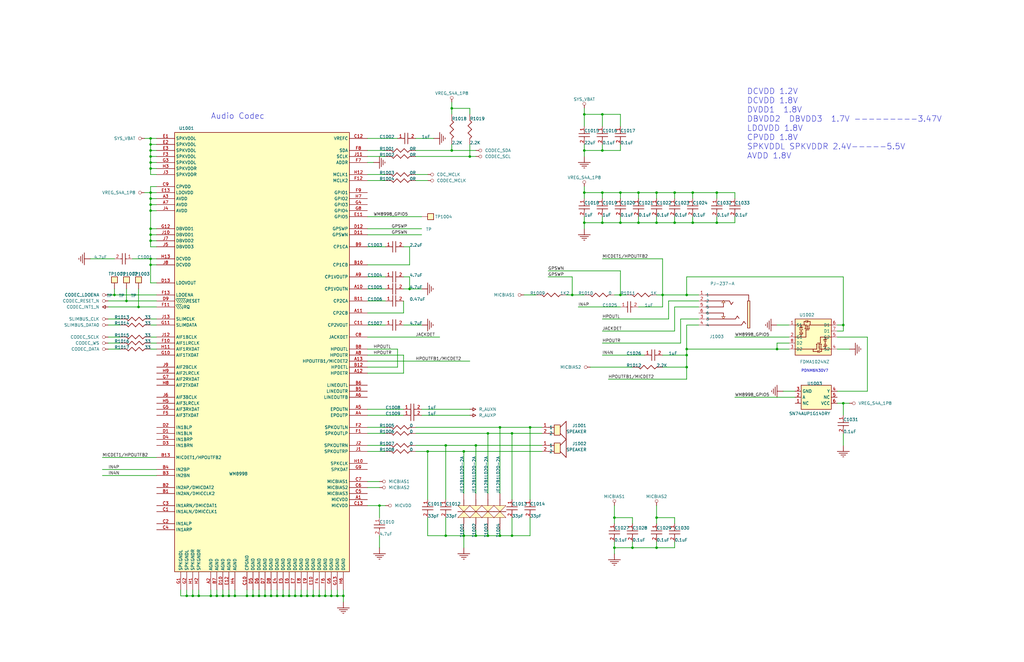
<source format=kicad_sch>
(kicad_sch (version 20211123) (generator eeschema)
  (paper "USLedger")
  (junction (at 289.56 147.32))
  (junction (at 137.16 251.46))
  (junction (at 205.74 226.06))
  (junction (at 254 93.98))
  (junction (at 187.96 226.06))
  (junction (at 63.5 109.22))
  (junction (at 99.06 251.46))
  (junction (at 63.5 101.6))
  (junction (at 223.52 180.34))
  (junction (at 81.28 251.46))
  (junction (at 276.86 81.28))
  (junction (at 190.5 63.5))
  (junction (at 269.24 81.28))
  (junction (at 142.24 251.46))
  (junction (at 121.92 251.46))
  (junction (at 195.58 190.5))
  (junction (at 276.86 218.44))
  (junction (at 106.68 251.46))
  (junction (at 109.22 251.46))
  (junction (at 63.5 96.52))
  (junction (at 63.5 88.9))
  (junction (at 134.62 251.46))
  (junction (at 200.66 226.06))
  (junction (at 269.24 93.98))
  (junction (at 355.6 137.16))
  (junction (at 289.56 149.86))
  (junction (at 91.44 251.46))
  (junction (at 259.08 218.44))
  (junction (at 83.82 251.46))
  (junction (at 289.56 154.94))
  (junction (at 246.38 48.26))
  (junction (at 63.5 63.5))
  (junction (at 132.08 251.46))
  (junction (at 276.86 93.98))
  (junction (at 215.9 182.88))
  (junction (at 187.96 187.96))
  (junction (at 210.82 226.06))
  (junction (at 292.1 81.28))
  (junction (at 124.46 251.46))
  (junction (at 276.86 231.14))
  (junction (at 254 63.5))
  (junction (at 127 251.46))
  (junction (at 254 81.28))
  (junction (at 210.82 180.34))
  (junction (at 139.7 251.46))
  (junction (at 129.54 251.46))
  (junction (at 261.62 81.28))
  (junction (at 63.5 71.12))
  (junction (at 63.5 60.96))
  (junction (at 160.02 213.36))
  (junction (at 119.38 251.46))
  (junction (at 246.38 63.5))
  (junction (at 48.26 124.46))
  (junction (at 53.34 127))
  (junction (at 292.1 93.98))
  (junction (at 116.84 251.46))
  (junction (at 144.78 251.46))
  (junction (at 259.08 231.14))
  (junction (at 266.7 231.14))
  (junction (at 172.72 121.92))
  (junction (at 215.9 226.06))
  (junction (at 302.26 93.98))
  (junction (at 289.56 124.46))
  (junction (at 63.5 83.82))
  (junction (at 302.26 81.28))
  (junction (at 63.5 111.76))
  (junction (at 200.66 187.96))
  (junction (at 246.38 81.28))
  (junction (at 190.5 45.72))
  (junction (at 63.5 68.58))
  (junction (at 195.58 226.06))
  (junction (at 284.48 93.98))
  (junction (at 198.12 66.04))
  (junction (at 180.34 190.5))
  (junction (at 104.14 251.46))
  (junction (at 261.62 93.98))
  (junction (at 63.5 81.28))
  (junction (at 114.3 251.46))
  (junction (at 63.5 66.04))
  (junction (at 241.3 124.46))
  (junction (at 58.42 129.54))
  (junction (at 279.4 124.46))
  (junction (at 63.5 58.42))
  (junction (at 63.5 99.06))
  (junction (at 205.74 182.88))
  (junction (at 355.6 170.18))
  (junction (at 88.9 251.46))
  (junction (at 93.98 251.46))
  (junction (at 96.52 251.46))
  (junction (at 284.48 81.28))
  (junction (at 111.76 251.46))
  (junction (at 327.66 147.32))
  (junction (at 254 48.26))
  (junction (at 246.38 93.98))
  (junction (at 63.5 86.36))
  (junction (at 261.62 124.46))
  (junction (at 78.74 251.46))
  (wire (pts (xy 63.5 144.78) (xy 66.04 144.78)) (stroke (width 0.254)))
  (wire (pts (xy 66.04 60.96) (xy 63.5 60.96)) (stroke (width 0.254)))
  (wire (pts (xy 353.06 170.18) (xy 355.6 170.18)) (stroke (width 0.254)))
  (wire (pts (xy 355.6 170.18) (xy 358.14 170.18)) (stroke (width 0.254)))
  (wire (pts (xy 254 63.5) (xy 254 60.96)) (stroke (width 0.254)))
  (wire (pts (xy 104.14 251.46) (xy 99.06 251.46)) (stroke (width 0.254)))
  (wire (pts (xy 292.1 93.98) (xy 292.1 91.44)) (stroke (width 0.254)))
  (wire (pts (xy 81.28 248.92) (xy 81.28 251.46)) (stroke (width 0.254)))
  (wire (pts (xy 246.38 81.28) (xy 254 81.28)) (stroke (width 0.254)))
  (wire (pts (xy 266.7 231.14) (xy 266.7 228.6)) (stroke (width 0.254)))
  (wire (pts (xy 48.26 124.46) (xy 66.04 124.46)) (stroke (width 0.254)))
  (wire (pts (xy 162.56 127) (xy 154.94 127)) (stroke (width 0.254)))
  (wire (pts (xy 187.96 187.96) (xy 175.26 187.96)) (stroke (width 0.254)))
  (wire (pts (xy 261.62 60.96) (xy 261.62 63.5)) (stroke (width 0.254)))
  (wire (pts (xy 289.56 147.32) (xy 289.56 149.86)) (stroke (width 0.254)))
  (wire (pts (xy 195.58 231.14) (xy 195.58 226.06)) (stroke (width 0.254)))
  (wire (pts (xy 246.38 83.82) (xy 246.38 81.28)) (stroke (width 0.254)))
  (wire (pts (xy 355.6 139.7) (xy 355.6 137.16)) (stroke (width 0.254)))
  (wire (pts (xy 114.3 251.46) (xy 111.76 251.46)) (stroke (width 0.254)))
  (wire (pts (xy 276.86 228.6) (xy 276.86 231.14)) (stroke (width 0.254)))
  (wire (pts (xy 276.86 93.98) (xy 276.86 91.44)) (stroke (width 0.254)))
  (wire (pts (xy 246.38 93.98) (xy 246.38 91.44)) (stroke (width 0.254)))
  (wire (pts (xy 63.5 58.42) (xy 60.96 58.42)) (stroke (width 0.254)))
  (wire (pts (xy 228.6 182.88) (xy 215.9 182.88)) (stroke (width 0.254)))
  (wire (pts (xy 246.38 93.98) (xy 254 93.98)) (stroke (width 0.254)))
  (wire (pts (xy 63.5 101.6) (xy 66.04 101.6)) (stroke (width 0.254)))
  (wire (pts (xy 154.94 152.4) (xy 198.12 152.4)) (stroke (width 0.254)))
  (wire (pts (xy 63.5 111.76) (xy 63.5 119.38)) (stroke (width 0.254)))
  (wire (pts (xy 292.1 83.82) (xy 292.1 81.28)) (stroke (width 0.254)))
  (wire (pts (xy 195.58 190.5) (xy 195.58 208.28)) (stroke (width 0.254)))
  (wire (pts (xy 144.78 254) (xy 144.78 251.46)) (stroke (width 0.254)))
  (wire (pts (xy 302.26 81.28) (xy 292.1 81.28)) (stroke (width 0.254)))
  (wire (pts (xy 63.5 78.74) (xy 66.04 78.74)) (stroke (width 0.254)))
  (wire (pts (xy 132.08 251.46) (xy 129.54 251.46)) (stroke (width 0.254)))
  (wire (pts (xy 223.52 226.06) (xy 223.52 218.44)) (stroke (width 0.254)))
  (wire (pts (xy 226.06 124.46) (xy 220.98 124.46)) (stroke (width 0.254)))
  (wire (pts (xy 154.94 190.5) (xy 162.56 190.5)) (stroke (width 0.254)))
  (wire (pts (xy 180.34 218.44) (xy 180.34 226.06)) (stroke (width 0.254)))
  (wire (pts (xy 50.8 134.62) (xy 45.72 134.62)) (stroke (width 0.254)))
  (wire (pts (xy 99.06 251.46) (xy 96.52 251.46)) (stroke (width 0.254)))
  (wire (pts (xy 134.62 248.92) (xy 134.62 251.46)) (stroke (width 0.254)))
  (wire (pts (xy 287.02 144.78) (xy 254 144.78)) (stroke (width 0.254)))
  (wire (pts (xy 63.5 68.58) (xy 66.04 68.58)) (stroke (width 0.254)))
  (wire (pts (xy 154.94 116.84) (xy 162.56 116.84)) (stroke (width 0.254)))
  (wire (pts (xy 121.92 248.92) (xy 121.92 251.46)) (stroke (width 0.254)))
  (wire (pts (xy 137.16 251.46) (xy 134.62 251.46)) (stroke (width 0.254)))
  (wire (pts (xy 190.5 45.72) (xy 198.12 45.72)) (stroke (width 0.254)))
  (wire (pts (xy 175.26 76.2) (xy 180.34 76.2)) (stroke (width 0.254)))
  (wire (pts (xy 276.86 93.98) (xy 284.48 93.98)) (stroke (width 0.254)))
  (wire (pts (xy 167.64 147.32) (xy 167.64 154.94)) (stroke (width 0.254)))
  (wire (pts (xy 63.5 66.04) (xy 66.04 66.04)) (stroke (width 0.254)))
  (wire (pts (xy 154.94 182.88) (xy 162.56 182.88)) (stroke (width 0.254)))
  (wire (pts (xy 66.04 147.32) (xy 63.5 147.32)) (stroke (width 0.254)))
  (wire (pts (xy 144.78 251.46) (xy 142.24 251.46)) (stroke (width 0.254)))
  (wire (pts (xy 66.04 81.28) (xy 63.5 81.28)) (stroke (width 0.254)))
  (wire (pts (xy 269.24 83.82) (xy 269.24 81.28)) (stroke (width 0.254)))
  (wire (pts (xy 332.74 137.16) (xy 327.66 137.16)) (stroke (width 0.254)))
  (wire (pts (xy 284.48 81.28) (xy 276.86 81.28)) (stroke (width 0.254)))
  (wire (pts (xy 50.8 147.32) (xy 45.72 147.32)) (stroke (width 0.254)))
  (wire (pts (xy 127 248.92) (xy 127 251.46)) (stroke (width 0.254)))
  (wire (pts (xy 215.9 182.88) (xy 205.74 182.88)) (stroke (width 0.254)))
  (wire (pts (xy 50.8 142.24) (xy 45.72 142.24)) (stroke (width 0.254)))
  (wire (pts (xy 284.48 93.98) (xy 284.48 91.44)) (stroke (width 0.254)))
  (wire (pts (xy 180.34 190.5) (xy 180.34 210.82)) (stroke (width 0.254)))
  (wire (pts (xy 279.4 124.46) (xy 276.86 124.46)) (stroke (width 0.254)))
  (wire (pts (xy 45.72 124.46) (xy 48.26 124.46)) (stroke (width 0.254)))
  (wire (pts (xy 294.64 137.16) (xy 289.56 137.16)) (stroke (width 0.254)))
  (wire (pts (xy 276.86 83.82) (xy 276.86 81.28)) (stroke (width 0.254)))
  (wire (pts (xy 210.82 223.52) (xy 210.82 226.06)) (stroke (width 0.254)))
  (wire (pts (xy 81.28 251.46) (xy 78.74 251.46)) (stroke (width 0.254)))
  (wire (pts (xy 261.62 81.28) (xy 261.62 83.82)) (stroke (width 0.254)))
  (wire (pts (xy 162.56 66.04) (xy 154.94 66.04)) (stroke (width 0.254)))
  (wire (pts (xy 63.5 83.82) (xy 66.04 83.82)) (stroke (width 0.254)))
  (wire (pts (xy 228.6 180.34) (xy 223.52 180.34)) (stroke (width 0.254)))
  (wire (pts (xy 187.96 187.96) (xy 187.96 210.82)) (stroke (width 0.254)))
  (wire (pts (xy 205.74 182.88) (xy 175.26 182.88)) (stroke (width 0.254)))
  (wire (pts (xy 281.94 134.62) (xy 281.94 127)) (stroke (width 0.254)))
  (wire (pts (xy 157.48 68.58) (xy 154.94 68.58)) (stroke (width 0.254)))
  (wire (pts (xy 162.56 213.36) (xy 160.02 213.36)) (stroke (width 0.254)))
  (wire (pts (xy 261.62 93.98) (xy 269.24 93.98)) (stroke (width 0.254)))
  (wire (pts (xy 78.74 251.46) (xy 78.74 248.92)) (stroke (width 0.254)))
  (wire (pts (xy 119.38 251.46) (xy 116.84 251.46)) (stroke (width 0.254)))
  (wire (pts (xy 154.94 91.44) (xy 177.8 91.44)) (stroke (width 0.254)))
  (wire (pts (xy 154.94 132.08) (xy 170.18 132.08)) (stroke (width 0.254)))
  (wire (pts (xy 195.58 190.5) (xy 180.34 190.5)) (stroke (width 0.254)))
  (wire (pts (xy 170.18 157.48) (xy 170.18 149.86)) (stroke (width 0.254)))
  (wire (pts (xy 180.34 226.06) (xy 187.96 226.06)) (stroke (width 0.254)))
  (wire (pts (xy 266.7 220.98) (xy 266.7 218.44)) (stroke (width 0.254)))
  (wire (pts (xy 284.48 83.82) (xy 284.48 81.28)) (stroke (width 0.254)))
  (wire (pts (xy 254 93.98) (xy 261.62 93.98)) (stroke (width 0.254)))
  (wire (pts (xy 66.04 71.12) (xy 63.5 71.12)) (stroke (width 0.254)))
  (wire (pts (xy 162.56 73.66) (xy 154.94 73.66)) (stroke (width 0.254)))
  (wire (pts (xy 246.38 63.5) (xy 246.38 60.96)) (stroke (width 0.254)))
  (wire (pts (xy 160.02 213.36) (xy 160.02 218.44)) (stroke (width 0.254)))
  (wire (pts (xy 190.5 45.72) (xy 190.5 43.18)) (stroke (width 0.254)))
  (wire (pts (xy 195.58 226.06) (xy 195.58 223.52)) (stroke (width 0.254)))
  (wire (pts (xy 53.34 127) (xy 66.04 127)) (stroke (width 0.254)))
  (wire (pts (xy 154.94 111.76) (xy 172.72 111.76)) (stroke (width 0.254)))
  (wire (pts (xy 142.24 251.46) (xy 139.7 251.46)) (stroke (width 0.254)))
  (wire (pts (xy 254 48.26) (xy 246.38 48.26)) (stroke (width 0.254)))
  (wire (pts (xy 63.5 86.36) (xy 63.5 83.82)) (stroke (width 0.254)))
  (wire (pts (xy 162.56 63.5) (xy 154.94 63.5)) (stroke (width 0.254)))
  (wire (pts (xy 162.56 121.92) (xy 154.94 121.92)) (stroke (width 0.254)))
  (wire (pts (xy 119.38 248.92) (xy 119.38 251.46)) (stroke (width 0.254)))
  (wire (pts (xy 172.72 121.92) (xy 177.8 121.92)) (stroke (width 0.254)))
  (wire (pts (xy 58.42 129.54) (xy 58.42 121.92)) (stroke (width 0.254)))
  (wire (pts (xy 106.68 251.46) (xy 104.14 251.46)) (stroke (width 0.254)))
  (wire (pts (xy 198.12 45.72) (xy 198.12 48.26)) (stroke (width 0.254)))
  (wire (pts (xy 88.9 251.46) (xy 91.44 251.46)) (stroke (width 0.254)))
  (wire (pts (xy 198.12 66.04) (xy 200.66 66.04)) (stroke (width 0.254)))
  (wire (pts (xy 355.6 187.96) (xy 355.6 182.88)) (stroke (width 0.254)))
  (wire (pts (xy 228.6 190.5) (xy 195.58 190.5)) (stroke (width 0.254)))
  (wire (pts (xy 327.66 147.32) (xy 332.74 147.32)) (stroke (width 0.254)))
  (wire (pts (xy 88.9 248.92) (xy 88.9 251.46)) (stroke (width 0.254)))
  (wire (pts (xy 154.94 157.48) (xy 170.18 157.48)) (stroke (width 0.254)))
  (wire (pts (xy 66.04 73.66) (xy 63.5 73.66)) (stroke (width 0.254)))
  (wire (pts (xy 259.08 220.98) (xy 259.08 218.44)) (stroke (width 0.254)))
  (wire (pts (xy 177.8 137.16) (xy 170.18 137.16)) (stroke (width 0.254)))
  (wire (pts (xy 281.94 127) (xy 294.64 127)) (stroke (width 0.254)))
  (wire (pts (xy 261.62 48.26) (xy 254 48.26)) (stroke (width 0.254)))
  (wire (pts (xy 241.3 124.46) (xy 241.3 116.84)) (stroke (width 0.254)))
  (wire (pts (xy 289.56 149.86) (xy 279.4 149.86)) (stroke (width 0.254)))
  (wire (pts (xy 200.66 187.96) (xy 200.66 208.28)) (stroke (width 0.254)))
  (wire (pts (xy 83.82 251.46) (xy 81.28 251.46)) (stroke (width 0.254)))
  (wire (pts (xy 63.5 81.28) (xy 60.96 81.28)) (stroke (width 0.254)))
  (wire (pts (xy 93.98 248.92) (xy 93.98 251.46)) (stroke (width 0.254)))
  (wire (pts (xy 144.78 251.46) (xy 144.78 248.92)) (stroke (width 0.254)))
  (wire (pts (xy 289.56 124.46) (xy 279.4 124.46)) (stroke (width 0.254)))
  (wire (pts (xy 63.5 63.5) (xy 63.5 66.04)) (stroke (width 0.254)))
  (wire (pts (xy 88.9 251.46) (xy 83.82 251.46)) (stroke (width 0.254)))
  (wire (pts (xy 261.62 124.46) (xy 261.62 114.3)) (stroke (width 0.254)))
  (wire (pts (xy 254 83.82) (xy 254 81.28)) (stroke (width 0.254)))
  (wire (pts (xy 154.94 99.06) (xy 177.8 99.06)) (stroke (width 0.254)))
  (wire (pts (xy 327.66 144.78) (xy 332.74 144.78)) (stroke (width 0.254)))
  (wire (pts (xy 63.5 68.58) (xy 63.5 66.04)) (stroke (width 0.254)))
  (wire (pts (xy 276.86 218.44) (xy 276.86 213.36)) (stroke (width 0.254)))
  (wire (pts (xy 190.5 48.26) (xy 190.5 45.72)) (stroke (width 0.254)))
  (wire (pts (xy 175.26 73.66) (xy 180.34 73.66)) (stroke (width 0.254)))
  (wire (pts (xy 121.92 251.46) (xy 119.38 251.46)) (stroke (width 0.254)))
  (wire (pts (xy 205.74 223.52) (xy 205.74 226.06)) (stroke (width 0.254)))
  (wire (pts (xy 58.42 129.54) (xy 45.72 129.54)) (stroke (width 0.254)))
  (wire (pts (xy 127 251.46) (xy 124.46 251.46)) (stroke (width 0.254)))
  (wire (pts (xy 284.48 93.98) (xy 292.1 93.98)) (stroke (width 0.254)))
  (wire (pts (xy 215.9 210.82) (xy 215.9 182.88)) (stroke (width 0.254)))
  (wire (pts (xy 276.86 218.44) (xy 284.48 218.44)) (stroke (width 0.254)))
  (wire (pts (xy 139.7 248.92) (xy 139.7 251.46)) (stroke (width 0.254)))
  (wire (pts (xy 353.06 165.1) (xy 365.76 165.1)) (stroke (width 0.254)))
  (wire (pts (xy 246.38 48.26) (xy 246.38 45.72)) (stroke (width 0.254)))
  (wire (pts (xy 63.5 96.52) (xy 63.5 88.9)) (stroke (width 0.254)))
  (wire (pts (xy 210.82 226.06) (xy 215.9 226.06)) (stroke (width 0.254)))
  (wire (pts (xy 66.04 58.42) (xy 63.5 58.42)) (stroke (width 0.254)))
  (wire (pts (xy 63.5 109.22) (xy 63.5 111.76)) (stroke (width 0.254)))
  (wire (pts (xy 99.06 248.92) (xy 99.06 251.46)) (stroke (width 0.254)))
  (wire (pts (xy 63.5 99.06) (xy 63.5 96.52)) (stroke (width 0.254)))
  (wire (pts (xy 154.94 213.36) (xy 160.02 213.36)) (stroke (width 0.254)))
  (wire (pts (xy 276.86 81.28) (xy 269.24 81.28)) (stroke (width 0.254)))
  (wire (pts (xy 246.38 96.52) (xy 246.38 93.98)) (stroke (width 0.254)))
  (wire (pts (xy 309.88 81.28) (xy 302.26 81.28)) (stroke (width 0.254)))
  (wire (pts (xy 284.48 218.44) (xy 284.48 220.98)) (stroke (width 0.254)))
  (wire (pts (xy 289.56 137.16) (xy 289.56 147.32)) (stroke (width 0.254)))
  (wire (pts (xy 170.18 121.92) (xy 172.72 121.92)) (stroke (width 0.254)))
  (wire (pts (xy 160.02 203.2) (xy 154.94 203.2)) (stroke (width 0.254)))
  (wire (pts (xy 66.04 200.66) (xy 43.18 200.66)) (stroke (width 0.254)))
  (wire (pts (xy 187.96 218.44) (xy 187.96 226.06)) (stroke (width 0.254)))
  (wire (pts (xy 259.08 218.44) (xy 259.08 213.36)) (stroke (width 0.254)))
  (wire (pts (xy 261.62 93.98) (xy 261.62 91.44)) (stroke (width 0.254)))
  (wire (pts (xy 355.6 116.84) (xy 289.56 116.84)) (stroke (width 0.254)))
  (wire (pts (xy 167.64 58.42) (xy 154.94 58.42)) (stroke (width 0.254)))
  (wire (pts (xy 289.56 154.94) (xy 289.56 149.86)) (stroke (width 0.254)))
  (wire (pts (xy 50.8 144.78) (xy 45.72 144.78)) (stroke (width 0.254)))
  (wire (pts (xy 76.2 248.92) (xy 76.2 251.46)) (stroke (width 0.254)))
  (wire (pts (xy 190.5 63.5) (xy 200.66 63.5)) (stroke (width 0.254)))
  (wire (pts (xy 195.58 226.06) (xy 200.66 226.06)) (stroke (width 0.254)))
  (wire (pts (xy 284.48 228.6) (xy 284.48 231.14)) (stroke (width 0.254)))
  (wire (pts (xy 63.5 119.38) (xy 66.04 119.38)) (stroke (width 0.254)))
  (wire (pts (xy 76.2 251.46) (xy 78.74 251.46)) (stroke (width 0.254)))
  (wire (pts (xy 111.76 251.46) (xy 109.22 251.46)) (stroke (width 0.254)))
  (wire (pts (xy 266.7 231.14) (xy 259.08 231.14)) (stroke (width 0.254)))
  (wire (pts (xy 302.26 83.82) (xy 302.26 81.28)) (stroke (width 0.254)))
  (wire (pts (xy 353.06 147.32) (xy 358.14 147.32)) (stroke (width 0.254)))
  (wire (pts (xy 246.38 53.34) (xy 246.38 48.26)) (stroke (width 0.254)))
  (wire (pts (xy 332.74 142.24) (xy 309.88 142.24)) (stroke (width 0.254)))
  (wire (pts (xy 129.54 248.92) (xy 129.54 251.46)) (stroke (width 0.254)))
  (wire (pts (xy 261.62 63.5) (xy 254 63.5)) (stroke (width 0.254)))
  (wire (pts (xy 289.56 160.02) (xy 289.56 154.94)) (stroke (width 0.254)))
  (wire (pts (xy 96.52 251.46) (xy 93.98 251.46)) (stroke (width 0.254)))
  (wire (pts (xy 53.34 127) (xy 53.34 121.92)) (stroke (width 0.254)))
  (wire (pts (xy 246.38 66.04) (xy 246.38 63.5)) (stroke (width 0.254)))
  (wire (pts (xy 205.74 226.06) (xy 210.82 226.06)) (stroke (width 0.254)))
  (wire (pts (xy 223.52 210.82) (xy 223.52 180.34)) (stroke (width 0.254)))
  (wire (pts (xy 66.04 142.24) (xy 63.5 142.24)) (stroke (width 0.254)))
  (wire (pts (xy 210.82 180.34) (xy 175.26 180.34)) (stroke (width 0.254)))
  (wire (pts (xy 66.04 193.04) (xy 43.18 193.04)) (stroke (width 0.254)))
  (wire (pts (xy 154.94 96.52) (xy 177.8 96.52)) (stroke (width 0.254)))
  (wire (pts (xy 139.7 251.46) (xy 137.16 251.46)) (stroke (width 0.254)))
  (wire (pts (xy 279.4 124.46) (xy 279.4 109.22)) (stroke (width 0.254)))
  (wire (pts (xy 269.24 93.98) (xy 269.24 91.44)) (stroke (width 0.254)))
  (wire (pts (xy 254 134.62) (xy 281.94 134.62)) (stroke (width 0.254)))
  (wire (pts (xy 63.5 104.14) (xy 63.5 101.6)) (stroke (width 0.254)))
  (wire (pts (xy 104.14 251.46) (xy 104.14 248.92)) (stroke (width 0.254)))
  (wire (pts (xy 160.02 205.74) (xy 154.94 205.74)) (stroke (width 0.254)))
  (wire (pts (xy 182.88 58.42) (xy 175.26 58.42)) (stroke (width 0.254)))
  (wire (pts (xy 289.56 147.32) (xy 327.66 147.32)) (stroke (width 0.254)))
  (wire (pts (xy 365.76 142.24) (xy 353.06 142.24)) (stroke (width 0.254)))
  (wire (pts (xy 335.28 165.1) (xy 330.2 165.1)) (stroke (width 0.254)))
  (wire (pts (xy 66.04 88.9) (xy 63.5 88.9)) (stroke (width 0.254)))
  (wire (pts (xy 261.62 129.54) (xy 243.84 129.54)) (stroke (width 0.254)))
  (wire (pts (xy 246.38 81.28) (xy 246.38 78.74)) (stroke (width 0.254)))
  (wire (pts (xy 190.5 63.5) (xy 190.5 60.96)) (stroke (width 0.254)))
  (wire (pts (xy 116.84 248.92) (xy 116.84 251.46)) (stroke (width 0.254)))
  (wire (pts (xy 66.04 111.76) (xy 63.5 111.76)) (stroke (width 0.254)))
  (wire (pts (xy 353.06 137.16) (xy 355.6 137.16)) (stroke (width 0.254)))
  (wire (pts (xy 269.24 93.98) (xy 276.86 93.98)) (stroke (width 0.254)))
  (wire (pts (xy 142.24 251.46) (xy 142.24 248.92)) (stroke (width 0.254)))
  (wire (pts (xy 134.62 251.46) (xy 132.08 251.46)) (stroke (width 0.254)))
  (wire (pts (xy 154.94 187.96) (xy 162.56 187.96)) (stroke (width 0.254)))
  (wire (pts (xy 309.88 83.82) (xy 309.88 81.28)) (stroke (width 0.254)))
  (wire (pts (xy 66.04 96.52) (xy 63.5 96.52)) (stroke (width 0.254)))
  (wire (pts (xy 63.5 60.96) (xy 63.5 63.5)) (stroke (width 0.254)))
  (wire (pts (xy 63.5 71.12) (xy 63.5 68.58)) (stroke (width 0.254)))
  (wire (pts (xy 200.66 187.96) (xy 187.96 187.96)) (stroke (width 0.254)))
  (wire (pts (xy 294.64 134.62) (xy 287.02 134.62)) (stroke (width 0.254)))
  (wire (pts (xy 180.34 190.5) (xy 175.26 190.5)) (stroke (width 0.254)))
  (wire (pts (xy 48.26 109.22) (xy 38.1 109.22)) (stroke (width 0.254)))
  (wire (pts (xy 50.8 137.16) (xy 45.72 137.16)) (stroke (width 0.254)))
  (wire (pts (xy 259.08 231.14) (xy 259.08 228.6)) (stroke (width 0.254)))
  (wire (pts (xy 198.12 66.04) (xy 198.12 60.96)) (stroke (width 0.254)))
  (wire (pts (xy 200.66 226.06) (xy 205.74 226.06)) (stroke (width 0.254)))
  (wire (pts (xy 129.54 251.46) (xy 127 251.46)) (stroke (width 0.254)))
  (wire (pts (xy 109.22 251.46) (xy 106.68 251.46)) (stroke (width 0.254)))
  (wire (pts (xy 154.94 147.32) (xy 167.64 147.32)) (stroke (width 0.254)))
  (wire (pts (xy 309.88 93.98) (xy 309.88 91.44)) (stroke (width 0.254)))
  (wire (pts (xy 48.26 124.46) (xy 48.26 121.92)) (stroke (width 0.254)))
  (wire (pts (xy 63.5 58.42) (xy 63.5 60.96)) (stroke (width 0.254)))
  (wire (pts (xy 355.6 137.16) (xy 355.6 116.84)) (stroke (width 0.254)))
  (wire (pts (xy 261.62 114.3) (xy 231.14 114.3)) (stroke (width 0.254)))
  (wire (pts (xy 276.86 231.14) (xy 266.7 231.14)) (stroke (width 0.254)))
  (wire (pts (xy 154.94 172.72) (xy 170.18 172.72)) (stroke (width 0.254)))
  (wire (pts (xy 172.72 116.84) (xy 170.18 116.84)) (stroke (width 0.254)))
  (wire (pts (xy 284.48 139.7) (xy 254 139.7)) (stroke (width 0.254)))
  (wire (pts (xy 162.56 104.14) (xy 154.94 104.14)) (stroke (width 0.254)))
  (wire (pts (xy 266.7 154.94) (xy 248.92 154.94)) (stroke (width 0.254)))
  (wire (pts (xy 335.28 167.64) (xy 309.88 167.64)) (stroke (width 0.254)))
  (wire (pts (xy 187.96 226.06) (xy 195.58 226.06)) (stroke (width 0.254)))
  (wire (pts (xy 266.7 218.44) (xy 259.08 218.44)) (stroke (width 0.254)))
  (wire (pts (xy 215.9 226.06) (xy 223.52 226.06)) (stroke (width 0.254)))
  (wire (pts (xy 124.46 248.92) (xy 124.46 251.46)) (stroke (width 0.254)))
  (wire (pts (xy 170.18 132.08) (xy 170.18 127)) (stroke (width 0.254)))
  (wire (pts (xy 271.78 149.86) (xy 254 149.86)) (stroke (width 0.254)))
  (wire (pts (xy 175.26 66.04) (xy 198.12 66.04)) (stroke (width 0.254)))
  (wire (pts (xy 284.48 129.54) (xy 284.48 139.7)) (stroke (width 0.254)))
  (wire (pts (xy 261.62 124.46) (xy 264.16 124.46)) (stroke (width 0.254)))
  (wire (pts (xy 91.44 251.46) (xy 91.44 248.92)) (stroke (width 0.254)))
  (wire (pts (xy 210.82 208.28) (xy 210.82 180.34)) (stroke (width 0.254)))
  (wire (pts (xy 154.94 142.24) (xy 185.42 142.24)) (stroke (width 0.254)))
  (wire (pts (xy 137.16 248.92) (xy 137.16 251.46)) (stroke (width 0.254)))
  (wire (pts (xy 63.5 81.28) (xy 63.5 78.74)) (stroke (width 0.254)))
  (wire (pts (xy 365.76 165.1) (xy 365.76 142.24)) (stroke (width 0.254)))
  (wire (pts (xy 63.5 109.22) (xy 55.88 109.22)) (stroke (width 0.254)))
  (wire (pts (xy 66.04 104.14) (xy 63.5 104.14)) (stroke (width 0.254)))
  (wire (pts (xy 254 81.28) (xy 261.62 81.28)) (stroke (width 0.254)))
  (wire (pts (xy 116.84 251.46) (xy 114.3 251.46)) (stroke (width 0.254)))
  (wire (pts (xy 355.6 170.18) (xy 355.6 175.26)) (stroke (width 0.254)))
  (wire (pts (xy 111.76 248.92) (xy 111.76 251.46)) (stroke (width 0.254)))
  (wire (pts (xy 289.56 154.94) (xy 279.4 154.94)) (stroke (width 0.254)))
  (wire (pts (xy 45.72 127) (xy 53.34 127)) (stroke (width 0.254)))
  (wire (pts (xy 172.72 104.14) (xy 170.18 104.14)) (stroke (width 0.254)))
  (wire (pts (xy 162.56 76.2) (xy 154.94 76.2)) (stroke (width 0.254)))
  (wire (pts (xy 353.06 139.7) (xy 355.6 139.7)) (stroke (width 0.254)))
  (wire (pts (xy 228.6 187.96) (xy 200.66 187.96)) (stroke (width 0.254)))
  (wire (pts (xy 241.3 124.46) (xy 246.38 124.46)) (stroke (width 0.254)))
  (wire (pts (xy 162.56 137.16) (xy 154.94 137.16)) (stroke (width 0.254)))
  (wire (pts (xy 160.02 231.14) (xy 160.02 226.06)) (stroke (width 0.254)))
  (wire (pts (xy 63.5 73.66) (xy 63.5 71.12)) (stroke (width 0.254)))
  (wire (pts (xy 292.1 93.98) (xy 302.26 93.98)) (stroke (width 0.254)))
  (wire (pts (xy 292.1 81.28) (xy 284.48 81.28)) (stroke (width 0.254)))
  (wire (pts (xy 238.76 124.46) (xy 241.3 124.46)) (stroke (width 0.254)))
  (wire (pts (xy 284.48 231.14) (xy 276.86 231.14)) (stroke (width 0.254)))
  (wire (pts (xy 66.04 129.54) (xy 58.42 129.54)) (stroke (width 0.254)))
  (wire (pts (xy 66.04 198.12) (xy 43.18 198.12)) (stroke (width 0.254)))
  (wire (pts (xy 259.08 233.68) (xy 259.08 231.14)) (stroke (width 0.254)))
  (wire (pts (xy 63.5 134.62) (xy 66.04 134.62)) (stroke (width 0.254)))
  (wire (pts (xy 289.56 116.84) (xy 289.56 124.46)) (stroke (width 0.254)))
  (wire (pts (xy 276.86 220.98) (xy 276.86 218.44)) (stroke (width 0.254)))
  (wire (pts (xy 154.94 180.34) (xy 162.56 180.34)) (stroke (width 0.254)))
  (wire (pts (xy 172.72 111.76) (xy 172.72 104.14)) (stroke (width 0.254)))
  (wire (pts (xy 170.18 149.86) (xy 154.94 149.86)) (stroke (width 0.254)))
  (wire (pts (xy 96.52 248.92) (xy 96.52 251.46)) (stroke (width 0.254)))
  (wire (pts (xy 106.68 248.92) (xy 106.68 251.46)) (stroke (width 0.254)))
  (wire (pts (xy 294.64 129.54) (xy 284.48 129.54)) (stroke (width 0.254)))
  (wire (pts (xy 124.46 251.46) (xy 121.92 251.46)) (stroke (width 0.254)))
  (wire (pts (xy 172.72 121.92) (xy 172.72 116.84)) (stroke (width 0.254)))
  (wire (pts (xy 294.64 124.46) (xy 289.56 124.46)) (stroke (width 0.254)))
  (wire (pts (xy 63.5 83.82) (xy 63.5 81.28)) (stroke (width 0.254)))
  (wire (pts (xy 93.98 251.46) (xy 91.44 251.46)) (stroke (width 0.254)))
  (wire (pts (xy 177.8 172.72) (xy 198.12 172.72)) (stroke (width 0.254)))
  (wire (pts (xy 154.94 175.26) (xy 170.18 175.26)) (stroke (width 0.254)))
  (wire (pts (xy 261.62 53.34) (xy 261.62 48.26)) (stroke (width 0.254)))
  (wire (pts (xy 302.26 91.44) (xy 302.26 93.98)) (stroke (width 0.254)))
  (wire (pts (xy 114.3 248.92) (xy 114.3 251.46)) (stroke (width 0.254)))
  (wire (pts (xy 246.38 63.5) (xy 254 63.5)) (stroke (width 0.254)))
  (wire (pts (xy 205.74 208.28) (xy 205.74 182.88)) (stroke (width 0.254)))
  (wire (pts (xy 175.26 63.5) (xy 190.5 63.5)) (stroke (width 0.254)))
  (wire (pts (xy 63.5 99.06) (xy 63.5 101.6)) (stroke (width 0.254)))
  (wire (pts (xy 256.54 160.02) (xy 289.56 160.02)) (stroke (width 0.254)))
  (wire (pts (xy 254 93.98) (xy 254 91.44)) (stroke (width 0.254)))
  (wire (pts (xy 279.4 109.22) (xy 254 109.22)) (stroke (width 0.254)))
  (wire (pts (xy 215.9 218.44) (xy 215.9 226.06)) (stroke (width 0.254)))
  (wire (pts (xy 63.5 88.9) (xy 63.5 86.36)) (stroke (width 0.254)))
  (wire (pts (xy 66.04 63.5) (xy 63.5 63.5)) (stroke (width 0.254)))
  (wire (pts (xy 254 53.34) (xy 254 48.26)) (stroke (width 0.254)))
  (wire (pts (xy 327.66 147.32) (xy 327.66 144.78)) (stroke (width 0.254)))
  (wire (pts (xy 241.3 116.84) (xy 231.14 116.84)) (stroke (width 0.254)))
  (wire (pts (xy 132.08 248.92) (xy 132.08 251.46)) (stroke (width 0.254)))
  (wire (pts (xy 66.04 99.06) (xy 63.5 99.06)) (stroke (width 0.254)))
  (wire (pts (xy 269.24 129.54) (xy 279.4 129.54)) (stroke (width 0.254)))
  (wire (pts (xy 287.02 134.62) (xy 287.02 144.78)) (stroke (width 0.254)))
  (wire (pts (xy 83.82 248.92) (xy 83.82 251.46)) (stroke (width 0.254)))
  (wire (pts (xy 63.5 86.36) (xy 66.04 86.36)) (stroke (width 0.254)))
  (wire (pts (xy 109.22 248.92) (xy 109.22 251.46)) (stroke (width 0.254)))
  (wire (pts (xy 63.5 137.16) (xy 66.04 137.16)) (stroke (width 0.254)))
  (wire (pts (xy 223.52 180.34) (xy 210.82 180.34)) (stroke (width 0.254)))
  (wire (pts (xy 259.08 124.46) (xy 261.62 124.46)) (stroke (width 0.254)))
  (wire (pts (xy 66.04 109.22) (xy 63.5 109.22)) (stroke (width 0.254)))
  (wire (pts (xy 269.24 81.28) (xy 261.62 81.28)) (stroke (width 0.254)))
  (wire (pts (xy 177.8 175.26) (xy 198.12 175.26)) (stroke (width 0.254)))
  (wire (pts (xy 279.4 129.54) (xy 279.4 124.46)) (stroke (width 0.254)))
  (wire (pts (xy 167.64 154.94) (xy 154.94 154.94)) (stroke (width 0.254)))
  (wire (pts (xy 200.66 223.52) (xy 200.66 226.06)) (stroke (width 0.254)))
  (wire (pts (xy 302.26 93.98) (xy 309.88 93.98)) (stroke (width 0.254)))
  (text "DCVDD 1.2V\nDCVDD 1.8V\nDVDD1  1.8V\nDBVDD2  DBVDD3  1.7V ---------3.47V\nLDOVDD 1.8V\nCPVDD 1.8V\nSPKVDDL SPKVDDR 2.4V-----5.5V\nAVDD 1.8V\n" (at 314.96 67.31 0) (effects (font (size 2.413 2.413)) (justify left bottom)))
  (text "Audio Codec" (at 88.9 50.546 180) (effects (font (size 2.413 2.413)) (justify left bottom)))
  (text "PDNM6N30V7" (at 337.82 157.226 180) (effects (font (size 1.143 1.143)) (justify left bottom)))
  (label "IN4P" (at 45.72 198.12 0))
  (label "IN4P" (at 243.84 129.54 0))
  (label "JACKDET" (at 254 139.7 0))
  (label "HPOUTFB1/MICDET2" (at 175.26 152.4 0))
  (label "JACKDET" (at 175.26 142.24 0))
  (label "IN4N" (at 45.72 200.66 0))
  (label "HPOUTL" (at 157.48 147.32 0))
  (label "MICDET1/HPOUTFB2" (at 254 109.22 0))
  (label "IN4N" (at 254 149.86 0))
  (label "HPOUTFB1/MICDET2" (at 256.54 160.02 0))
  (label "GPSWP" (at 231.14 116.84 0))
  (label "GPSWP" (at 165.1 96.52 0))
  (label "GPSWN" (at 165.1 99.06 0))
  (label "MICDET1/HPOUTFB2" (at 43.18 193.04 0))
  (label "HPOUTR" (at 254 144.78 0))
  (label "WM8998_GPIO5" (at 309.88 142.24 0))
  (label "WM8998_GPIO5" (at 309.88 167.64 0))
  (label "HPOUTL" (at 254 134.62 0))
  (label "HPOUTR" (at 157.48 149.86 0))
  (label "GPSWN" (at 231.14 114.3 0))
  (label "WM8998_GPIO5" (at 157.48 91.44 0))
  (symbol (lib_id "10_WM8998-altium-import:GND") (at 144.78 254 0) (unit 1)
    (property "Reference" "#PWR?" (effects hide))
    (property "Value" "GND" (effects hide))
  )
  (symbol (lib_id "10_WM8998-altium-import:0_C {slash} 33 {slash} pF {slash} 0201") (at 213.36 213.36 0) (unit 1)
    (property "Reference" "C1013" (at 215.9 213.36 0) (effects (justify left bottom)))
    (property "Value" "33pF" (at 215.9 218.44 0) (effects (justify left bottom)))
    (property "Footprint" "C0201" (effects hide))
    (property "PCB FOOTPRINT" "C0201" (effects hide))
  )
  (symbol (lib_id "10_WM8998-altium-import:MICBIAS1") (at 220.98 124.46 270) (unit 1)
    (property "Reference" "#PWR?" (effects hide))
    (property "Value" "MICBIAS1" (at 217.17 124.46 90) (effects (justify right)))
  )
  (symbol (lib_id "10_WM8998-altium-import:CODEC_SCLK") (at 45.72 142.24 270) (unit 1)
    (property "Reference" "#PWR?" (effects hide))
    (property "Value" "CODEC_SCLK" (at 41.91 142.24 90) (effects (justify right)))
  )
  (symbol (lib_id "10_WM8998-altium-import:0_mirrored_C {slash} 33 {slash} pF {slash} 0201") (at 271.78 86.36 0) (unit 1)
    (property "Reference" "C1021" (at 269.24 86.36 0) (effects (justify left bottom)))
    (property "Value" "0.1uF" (at 269.24 91.44 0) (effects (justify left bottom)))
    (property "Footprint" "C0201" (effects hide))
    (property "PCB FOOTPRINT" "C0201" (effects hide))
  )
  (symbol (lib_id "10_WM8998-altium-import:3_R") (at 172.72 187.96 0) (unit 1)
    (property "Reference" "R1008" (at 160.02 190.5 0) (effects (justify left bottom)))
    (property "Value" "0" (at 172.72 190.5 0) (effects (justify left bottom)))
    (property "Footprint" "R0402" (effects hide))
    (property "PN" "RR0510S-103-J" (effects hide))
    (property "VENDOR" "CYNTEC" (effects hide))
    (property "PCB FOOTPRINT" "R0402" (effects hide))
  )
  (symbol (lib_id "10_WM8998-altium-import:GND") (at 157.48 68.58 90) (unit 1)
    (property "Reference" "#PWR?" (effects hide))
    (property "Value" "GND" (effects hide))
  )
  (symbol (lib_id "10_WM8998-altium-import:3_R") (at 172.72 180.34 0) (unit 1)
    (property "Reference" "R1006" (at 160.02 182.88 0) (effects (justify left bottom)))
    (property "Value" "0" (at 172.72 182.88 0) (effects (justify left bottom)))
    (property "Footprint" "R0402" (effects hide))
    (property "PN" "RR0510S-103-J" (effects hide))
    (property "VENDOR" "CYNTEC" (effects hide))
    (property "PCB FOOTPRINT" "R0402" (effects hide))
  )
  (symbol (lib_id "10_WM8998-altium-import:1_C {slash} 33 {slash} pF {slash} 0201") (at 165.1 129.54 0) (unit 1)
    (property "Reference" "C1006" (at 154.94 127 0) (effects (justify left bottom)))
    (property "Value" "0.47uF" (at 172.72 127 0) (effects (justify left bottom)))
    (property "Footprint" "C0201" (effects hide))
    (property "PCB FOOTPRINT" "C0201" (effects hide))
  )
  (symbol (lib_id "10_WM8998-altium-import:SLIMBUS_DATA0") (at 45.72 137.16 270) (unit 1)
    (property "Reference" "#PWR?" (effects hide))
    (property "Value" "SLIMBUS_DATA0" (at 41.91 137.16 90) (effects (justify right)))
  )
  (symbol (lib_id "10_WM8998-altium-import:0_mirrored_C {slash} 33 {slash} pF {slash} 0201") (at 304.8 86.36 0) (unit 1)
    (property "Reference" "C1032" (at 302.26 86.36 0) (effects (justify left bottom)))
    (property "Value" "0.1uF" (at 302.26 91.44 0) (effects (justify left bottom)))
    (property "Footprint" "C0201" (effects hide))
    (property "PCB FOOTPRINT" "C0201" (effects hide))
  )
  (symbol (lib_id "10_WM8998-altium-import:1_C {slash} 33 {slash} pF {slash} 0201") (at 165.1 119.38 0) (unit 1)
    (property "Reference" "C1004" (at 154.94 116.84 0) (effects (justify left bottom)))
    (property "Value" "4.7uF" (at 172.72 116.84 0) (effects (justify left bottom)))
    (property "Footprint" "C0201" (effects hide))
    (property "PCB FOOTPRINT" "C0402" (effects hide))
  )
  (symbol (lib_id "10_WM8998-altium-import:3_R") (at 60.96 142.24 0) (unit 1)
    (property "Reference" "R1016" (at 48.26 144.78 0) (effects (justify left bottom)))
    (property "Value" "33" (at 60.96 144.78 0) (effects (justify left bottom)))
    (property "Footprint" "R0201" (effects hide))
    (property "PN" "RR0510S-103-J" (effects hide))
    (property "VENDOR" "CYNTEC" (effects hide))
    (property "PCB FOOTPRINT" "R0201" (effects hide))
  )
  (symbol (lib_id "10_WM8998-altium-import:CODEC_LDOENA") (at 45.72 124.46 270) (unit 1)
    (property "Reference" "#PWR?" (effects hide))
    (property "Value" "CODEC_LDOENA" (at 41.91 124.46 90) (effects (justify right)))
  )
  (symbol (lib_id "10_WM8998-altium-import:1_DIODE_1") (at 208.28 220.98 0) (unit 1)
    (property "Reference" "T1004" (at 210.82 226.822 90) (effects (justify left bottom)))
    (property "Value" "JE12B1LD20-2A" (at 210.82 208.3191 90) (effects (justify left bottom)))
    (property "Footprint" "DFN1006-2" (effects hide))
    (property "PART NUMBER" "TY01100606" (effects hide))
    (property "PART TYPE" "Diode" (effects hide))
    (property "MANUFACTURER PART NUMBER" "RB551V-30TE-17" (effects hide))
    (property "MANUFACTURER" "ROHM" (effects hide))
    (property "PCB FOOTPRINT" "DFN1006-2" (effects hide))
  )
  (symbol (lib_id "10_WM8998-altium-import:1_DIODE_1") (at 203.2 220.98 0) (unit 1)
    (property "Reference" "T1003" (at 205.74 226.822 90) (effects (justify left bottom)))
    (property "Value" "JE12B1LD20-2A" (at 205.74 208.3191 90) (effects (justify left bottom)))
    (property "Footprint" "DFN1006-2" (effects hide))
    (property "PART NUMBER" "TY01100606" (effects hide))
    (property "PART TYPE" "Diode" (effects hide))
    (property "MANUFACTURER PART NUMBER" "RB551V-30TE-17" (effects hide))
    (property "MANUFACTURER" "ROHM" (effects hide))
    (property "PCB FOOTPRINT" "DFN1006-2" (effects hide))
  )
  (symbol (lib_id "10_WM8998-altium-import:3_R") (at 172.72 60.96 0) (unit 1)
    (property "Reference" "R1001" (at 160.02 63.5 0) (effects (justify left bottom)))
    (property "Value" "0R" (at 172.72 63.5 0) (effects (justify left bottom)))
    (property "Footprint" "R0201" (effects hide))
    (property "PN" "RR0510S-103-J" (effects hide))
    (property "VENDOR" "CYNTEC" (effects hide))
    (property "PCB FOOTPRINT" "R0201" (effects hide))
  )
  (symbol (lib_id "10_WM8998-altium-import:0_mirrored_C {slash} 33 {slash} pF {slash} 0201") (at 312.42 86.36 0) (unit 1)
    (property "Reference" "C1033" (at 309.88 86.36 0) (effects (justify left bottom)))
    (property "Value" "0.1uF" (at 309.88 91.44 0) (effects (justify left bottom)))
    (property "Footprint" "C0201" (effects hide))
    (property "PCB FOOTPRINT" "C0201" (effects hide))
  )
  (symbol (lib_id "10_WM8998-altium-import:3_mirrored_C {slash} 33 {slash} pF {slash} 0201") (at 274.32 147.32 0) (unit 1)
    (property "Reference" "C1026" (at 264.16 149.86 0) (effects (justify left bottom)))
    (property "Value" "1uF" (at 281.94 149.86 0) (effects (justify left bottom)))
    (property "Footprint" "C0201" (effects hide))
    (property "PCB FOOTPRINT" "C0201" (effects hide))
  )
  (symbol (lib_id "10_WM8998-altium-import:0_mirrored_C {slash} 33 {slash} pF {slash} 0201") (at 256.54 86.36 0) (unit 1)
    (property "Reference" "C1019" (at 254 86.36 0) (effects (justify left bottom)))
    (property "Value" "1uF" (at 254 91.44 0) (effects (justify left bottom)))
    (property "Footprint" "C0201" (effects hide))
    (property "PCB FOOTPRINT" "C0201" (effects hide))
  )
  (symbol (lib_id "10_WM8998-altium-import:3_R") (at 172.72 177.8 0) (unit 1)
    (property "Reference" "R1005" (at 160.02 180.34 0) (effects (justify left bottom)))
    (property "Value" "0" (at 172.72 180.34 0) (effects (justify left bottom)))
    (property "Footprint" "R0402" (effects hide))
    (property "PN" "RR0510S-103-J" (effects hide))
    (property "VENDOR" "CYNTEC" (effects hide))
    (property "PCB FOOTPRINT" "R0402" (effects hide))
  )
  (symbol (lib_id "10_WM8998-altium-import:CODEC_MCLK") (at 180.34 76.2 90) (unit 1)
    (property "Reference" "#PWR?" (effects hide))
    (property "Value" "CODEC_MCLK" (at 184.15 76.2 90) (effects (justify right)))
  )
  (symbol (lib_id "10_WM8998-altium-import:0_mirrored_C {slash} 33 {slash} pF {slash} 0201") (at 294.64 86.36 0) (unit 1)
    (property "Reference" "C1024" (at 292.1 86.36 0) (effects (justify left bottom)))
    (property "Value" "0.1uF" (at 292.1 91.44 0) (effects (justify left bottom)))
    (property "Footprint" "C0201" (effects hide))
    (property "PCB FOOTPRINT" "C0201" (effects hide))
  )
  (symbol (lib_id "10_WM8998-altium-import:2_T POINT S") (at 182.88 93.98 0) (unit 1)
    (property "Reference" "TP1004" (at 183.388 92.202 0) (effects (justify left bottom)))
    (property "Value" "TP" (at 179.578 97.536 0) (effects (justify left bottom)))
    (property "Footprint" "TP-D1r0" (effects hide))
    (property "PCB FOOTPRINT" "TP-D1r0" (effects hide))
  )
  (symbol (lib_id "10_WM8998-altium-import:0_C {slash} 33 {slash} pF {slash} 0201") (at 243.84 55.88 0) (unit 1)
    (property "Reference" "C1015" (at 246.38 55.88 0) (effects (justify left bottom)))
    (property "Value" "22uF" (at 246.38 60.96 0) (effects (justify left bottom)))
    (property "Footprint" "C0201" (effects hide))
    (property "PCB FOOTPRINT" "C0603" (effects hide))
  )
  (symbol (lib_id "10_WM8998-altium-import:3_mirrored_C {slash} 33 {slash} pF {slash} 0201") (at 264.16 127 0) (unit 1)
    (property "Reference" "C1025" (at 254 129.54 0) (effects (justify left bottom)))
    (property "Value" "1uF" (at 271.78 129.54 0) (effects (justify left bottom)))
    (property "Footprint" "C0201" (effects hide))
    (property "PCB FOOTPRINT" "C0201" (effects hide))
  )
  (symbol (lib_id "10_WM8998-altium-import:SLIMBUS_CLK") (at 45.72 134.62 270) (unit 1)
    (property "Reference" "#PWR?" (effects hide))
    (property "Value" "SLIMBUS_CLK" (at 41.91 134.62 90) (effects (justify right)))
  )
  (symbol (lib_id "10_WM8998-altium-import:3_R") (at 172.72 185.42 0) (unit 1)
    (property "Reference" "R1007" (at 160.02 187.96 0) (effects (justify left bottom)))
    (property "Value" "0" (at 172.72 187.96 0) (effects (justify left bottom)))
    (property "Footprint" "R0402" (effects hide))
    (property "PN" "RR0510S-103-J" (effects hide))
    (property "VENDOR" "CYNTEC" (effects hide))
    (property "PCB FOOTPRINT" "R0402" (effects hide))
  )
  (symbol (lib_id "10_WM8998-altium-import:1_DIODE_1") (at 198.12 220.98 0) (unit 1)
    (property "Reference" "T1002" (at 200.66 226.822 90) (effects (justify left bottom)))
    (property "Value" "JE12B1LD20-2A" (at 200.66 208.3191 90) (effects (justify left bottom)))
    (property "Footprint" "DFN1006-2" (effects hide))
    (property "PART NUMBER" "TY01100606" (effects hide))
    (property "PART TYPE" "Diode" (effects hide))
    (property "MANUFACTURER PART NUMBER" "RB551V-30TE-17" (effects hide))
    (property "MANUFACTURER" "ROHM" (effects hide))
    (property "PCB FOOTPRINT" "DFN1006-2" (effects hide))
  )
  (symbol (lib_id "10_WM8998-altium-import:GND") (at 246.38 66.04 0) (unit 1)
    (property "Reference" "#PWR?" (effects hide))
    (property "Value" "GND" (effects hide))
  )
  (symbol (lib_id "10_WM8998-altium-import:3_R") (at 60.96 134.62 0) (unit 1)
    (property "Reference" "R1014" (at 48.26 137.16 0) (effects (justify left bottom)))
    (property "Value" "33" (at 60.96 137.16 0) (effects (justify left bottom)))
    (property "Footprint" "R0201" (effects hide))
    (property "VENDOR" "CYNTEC" (effects hide))
    (property "PN" "RR0510S-103-J" (effects hide))
    (property "PCB FOOTPRINT" "R0201" (effects hide))
  )
  (symbol (lib_id "10_WM8998-altium-import:0_mirrored_C {slash} 33 {slash} pF {slash} 0201") (at 279.4 86.36 0) (unit 1)
    (property "Reference" "C1022" (at 276.86 86.36 0) (effects (justify left bottom)))
    (property "Value" "0.1uF" (at 276.86 91.44 0) (effects (justify left bottom)))
    (property "Footprint" "C0201" (effects hide))
    (property "PCB FOOTPRINT" "C0201" (effects hide))
  )
  (symbol (lib_id "10_WM8998-altium-import:0_C {slash} 33 {slash} pF {slash} 0201") (at 251.46 55.88 0) (unit 1)
    (property "Reference" "C1016" (at 254 55.88 0) (effects (justify left bottom)))
    (property "Value" "0.1uF" (at 254 60.96 0) (effects (justify left bottom)))
    (property "Footprint" "C0201" (effects hide))
    (property "PCB FOOTPRINT" "C0201" (effects hide))
  )
  (symbol (lib_id "10_WM8998-altium-import:0_mirrored_C {slash} 33 {slash} pF {slash} 0201") (at 279.4 223.52 0) (unit 1)
    (property "Reference" "C1029" (at 276.86 223.52 0) (effects (justify left bottom)))
    (property "Value" "0.1uF" (at 276.86 228.6 0) (effects (justify left bottom)))
    (property "Footprint" "C0201" (effects hide))
    (property "PCB FOOTPRINT" "C0201" (effects hide))
  )
  (symbol (lib_id "10_WM8998-altium-import:CODEC_SCL") (at 200.66 66.04 90) (unit 1)
    (property "Reference" "#PWR?" (effects hide))
    (property "Value" "CODEC_SCL" (at 204.47 66.04 90) (effects (justify right)))
  )
  (symbol (lib_id "10_WM8998-altium-import:MICBIAS1") (at 160.02 203.2 90) (unit 1)
    (property "Reference" "#PWR?" (effects hide))
    (property "Value" "MICBIAS1" (at 163.83 203.2 90) (effects (justify right)))
  )
  (symbol (lib_id "10_WM8998-altium-import:0_mirrored_C {slash} 33 {slash} pF {slash} 0201") (at 248.92 86.36 0) (unit 1)
    (property "Reference" "C1018" (at 246.38 86.36 0) (effects (justify left bottom)))
    (property "Value" "1uF" (at 246.38 91.44 0) (effects (justify left bottom)))
    (property "Footprint" "C0201" (effects hide))
    (property "PCB FOOTPRINT" "C0201" (effects hide))
  )
  (symbol (lib_id "10_WM8998-altium-import:VREG_S4A_1P8") (at 60.96 81.28 270) (unit 1)
    (property "Reference" "#PWR?" (effects hide))
    (property "Value" "VREG_S4A_1P8" (at 57.15 81.28 90) (effects (justify right)))
  )
  (symbol (lib_id "10_WM8998-altium-import:3_R") (at 236.22 121.92 0) (unit 1)
    (property "Reference" "R1009" (at 223.52 124.46 0) (effects (justify left bottom)))
    (property "Value" "1K2" (at 236.22 124.46 0) (effects (justify left bottom)))
    (property "Footprint" "R0201" (effects hide))
    (property "PN" "RR0510S-103-J" (effects hide))
    (property "VENDOR" "CYNTEC" (effects hide))
    (property "PCB FOOTPRINT" "R0201" (effects hide))
  )
  (symbol (lib_id "10_WM8998-altium-import:1_C {slash} 33 {slash} pF {slash} 0201") (at 165.1 124.46 0) (unit 1)
    (property "Reference" "C1005" (at 154.94 121.92 0) (effects (justify left bottom)))
    (property "Value" "4.7uF" (at 172.72 121.92 0) (effects (justify left bottom)))
    (property "Footprint" "C0201" (effects hide))
    (property "PCB FOOTPRINT" "C0402" (effects hide))
  )
  (symbol (lib_id "10_WM8998-altium-import:MICBIAS2") (at 160.02 205.74 90) (unit 1)
    (property "Reference" "#PWR?" (effects hide))
    (property "Value" "MICBIAS2" (at 163.83 205.74 90) (effects (justify right)))
  )
  (symbol (lib_id "10_WM8998-altium-import:3_T POINT S") (at 60.96 116.84 0) (unit 1)
    (property "Reference" "TP1003" (at 55.88 116.332 0) (effects (justify left bottom)))
    (property "Value" "TP" (at 55.118 125.476 0) (effects (justify left bottom)))
    (property "Footprint" "TP-D1r0" (effects hide))
    (property "PCB FOOTPRINT" "TP-D1r0" (effects hide))
  )
  (symbol (lib_id "10_WM8998-altium-import:0_C {slash} 33 {slash} pF {slash} 0201") (at 157.48 220.98 0) (unit 1)
    (property "Reference" "C1010" (at 160.02 220.98 0) (effects (justify left bottom)))
    (property "Value" "4.7uF" (at 160.02 226.06 0) (effects (justify left bottom)))
    (property "Footprint" "C0201" (effects hide))
    (property "PCB FOOTPRINT" "C0201" (effects hide))
  )
  (symbol (lib_id "10_WM8998-altium-import:GND") (at 358.14 147.32 90) (unit 1)
    (property "Reference" "#PWR?" (effects hide))
    (property "Value" "GND" (effects hide))
  )
  (symbol (lib_id "10_WM8998-altium-import:3_R") (at 172.72 73.66 0) (unit 1)
    (property "Reference" "R1004" (at 160.02 76.2 0) (effects (justify left bottom)))
    (property "Value" "0R" (at 172.72 76.2 0) (effects (justify left bottom)))
    (property "Footprint" "R0201" (effects hide))
    (property "PN" "RR0510S-103-J" (effects hide))
    (property "VENDOR" "CYNTEC" (effects hide))
    (property "PCB FOOTPRINT" "R0201" (effects hide))
  )
  (symbol (lib_id "10_WM8998-altium-import:R_AUXN") (at 198.12 172.72 90) (unit 1)
    (property "Reference" "#PWR?" (effects hide))
    (property "Value" "R_AUXN" (at 201.93 172.72 90) (effects (justify right)))
  )
  (symbol (lib_id "10_WM8998-altium-import:GND") (at 160.02 231.14 0) (unit 1)
    (property "Reference" "#PWR?" (effects hide))
    (property "Value" "GND" (effects hide))
  )
  (symbol (lib_id "10_WM8998-altium-import:0_C {slash} 33 {slash} pF {slash} 0201") (at 220.98 213.36 0) (unit 1)
    (property "Reference" "C1014" (at 223.52 213.36 0) (effects (justify left bottom)))
    (property "Value" "33pF" (at 223.52 218.44 0) (effects (justify left bottom)))
    (property "Footprint" "C0201" (effects hide))
    (property "PCB FOOTPRINT" "C0201" (effects hide))
  )
  (symbol (lib_id "10_WM8998-altium-import:3_R") (at 256.54 121.92 0) (unit 1)
    (property "Reference" "R1010" (at 243.84 124.46 0) (effects (justify left bottom)))
    (property "Value" "0" (at 256.54 124.46 0) (effects (justify left bottom)))
    (property "Footprint" "R0201" (effects hide))
    (property "PN" "RR0510S-103-J" (effects hide))
    (property "VENDOR" "CYNTEC" (effects hide))
    (property "PCB FOOTPRINT" "R0201" (effects hide))
  )
  (symbol (lib_id "10_WM8998-altium-import:GND") (at 182.88 58.42 90) (unit 1)
    (property "Reference" "#PWR?" (effects hide))
    (property "Value" "GND" (effects hide))
  )
  (symbol (lib_id "10_WM8998-altium-import:3_R") (at 274.32 121.92 0) (unit 1)
    (property "Reference" "R1011" (at 261.62 124.46 0) (effects (justify left bottom)))
    (property "Value" "1K" (at 274.32 124.46 0) (effects (justify left bottom)))
    (property "Footprint" "R0201" (effects hide))
    (property "PN" "RR0510S-103-J" (effects hide))
    (property "VENDOR" "CYNTEC" (effects hide))
    (property "PCB FOOTPRINT" "R0201" (effects hide))
  )
  (symbol (lib_id "10_WM8998-altium-import:1_DIODE_1") (at 193.04 220.98 0) (unit 1)
    (property "Reference" "T1001" (at 195.58 226.822 90) (effects (justify left bottom)))
    (property "Value" "JE12B1LD20-2A" (at 195.58 208.3191 90) (effects (justify left bottom)))
    (property "Footprint" "DFN1006-2" (effects hide))
    (property "PART NUMBER" "TY01100606" (effects hide))
    (property "PART TYPE" "Diode" (effects hide))
    (property "MANUFACTURER PART NUMBER" "RB551V-30TE-17" (effects hide))
    (property "MANUFACTURER" "ROHM" (effects hide))
    (property "PCB FOOTPRINT" "DFN1006-2" (effects hide))
  )
  (symbol (lib_id "10_WM8998-altium-import:1_mirrored_C {slash} 33 {slash} pF {slash} 0201") (at 53.34 111.76 0) (unit 1)
    (property "Reference" "C1001" (at 57.912 109.22 0) (effects (justify left bottom)))
    (property "Value" "4.7uF" (at 39.624 109.22 0) (effects (justify left bottom)))
    (property "Footprint" "C0201" (effects hide))
    (property "PCB FOOTPRINT" "C0201" (effects hide))
  )
  (symbol (lib_id "10_WM8998-altium-import:3_R") (at 276.86 152.4 0) (unit 1)
    (property "Reference" "R1012" (at 264.16 154.94 0) (effects (justify left bottom)))
    (property "Value" "2.2K" (at 276.86 154.94 0) (effects (justify left bottom)))
    (property "Footprint" "R0201" (effects hide))
    (property "VENDOR" "CYNTEC" (effects hide))
    (property "PN" "RR0510S-103-J" (effects hide))
    (property "PCB FOOTPRINT" "R0201" (effects hide))
  )
  (symbol (lib_id "10_WM8998-altium-import:VREG_S4A_1P8") (at 358.14 170.18 90) (unit 1)
    (property "Reference" "#PWR?" (effects hide))
    (property "Value" "VREG_S4A_1P8" (at 361.95 170.18 90) (effects (justify right)))
  )
  (symbol (lib_id "10_WM8998-altium-import:0_mirrored_C {slash} 33 {slash} pF {slash} 0201") (at 264.16 86.36 0) (unit 1)
    (property "Reference" "C1020" (at 261.62 86.36 0) (effects (justify left bottom)))
    (property "Value" "0.1uF" (at 261.62 91.44 0) (effects (justify left bottom)))
    (property "Footprint" "C0201" (effects hide))
    (property "PCB FOOTPRINT" "C0201" (effects hide))
  )
  (symbol (lib_id "10_WM8998-altium-import:3_R") (at 60.96 132.08 0) (unit 1)
    (property "Reference" "R1013" (at 48.26 134.62 0) (effects (justify left bottom)))
    (property "Value" "33" (at 60.96 134.62 0) (effects (justify left bottom)))
    (property "Footprint" "R0201" (effects hide))
    (property "VENDOR" "CYNTEC" (effects hide))
    (property "PN" "RR0510S-103-J" (effects hide))
    (property "PCB FOOTPRINT" "R0201" (effects hide))
  )
  (symbol (lib_id "10_WM8998-altium-import:CODEC_RESET_N") (at 45.72 127 270) (unit 1)
    (property "Reference" "#PWR?" (effects hide))
    (property "Value" "CODEC_RESET_N" (at 41.91 127 90) (effects (justify right)))
  )
  (symbol (lib_id "10_WM8998-altium-import:0_FDMA1024NZ") (at 335.28 134.62 0) (unit 1)
    (property "Reference" "U1002" (at 337.058 133.604 0) (effects (justify left bottom)))
    (property "Value" "FDMA1024NZ" (at 337.312 153.416 0) (effects (justify left bottom)))
    (property "Footprint" "FDMA1024NZ" (effects hide))
    (property "PCB FOOTPRINT" "FDMA1024NZ" (effects hide))
  )
  (symbol (lib_id "10_WM8998-altium-import:0_C {slash} 33 {slash} pF {slash} 0201") (at 185.42 213.36 0) (unit 1)
    (property "Reference" "C1012" (at 187.96 213.36 0) (effects (justify left bottom)))
    (property "Value" "33pF" (at 187.96 218.44 0) (effects (justify left bottom)))
    (property "Footprint" "C0201" (effects hide))
    (property "PCB FOOTPRINT" "C0201" (effects hide))
  )
  (symbol (lib_id "10_WM8998-altium-import:MICBIAS2") (at 276.86 213.36 180) (unit 1)
    (property "Reference" "#PWR?" (effects hide))
    (property "Value" "MICBIAS2" (at 276.86 209.55 0))
  )
  (symbol (lib_id "10_WM8998-altium-import:0_C {slash} 33 {slash} pF {slash} 0201") (at 353.06 177.8 0) (unit 1)
    (property "Reference" "C1031" (at 355.6 177.8 0) (effects (justify left bottom)))
    (property "Value" "0.1uF" (at 355.6 182.88 0) (effects (justify left bottom)))
    (property "Footprint" "C0201" (effects hide))
    (property "PCB FOOTPRINT" "C0201" (effects hide))
  )
  (symbol (lib_id "10_WM8998-altium-import:0_SPEAKER") (at 231.14 177.8 0) (unit 1)
    (property "Reference" "J1001" (at 241.3 180.34 0) (effects (justify left bottom)))
    (property "Value" "SPEAKER" (at 238.76 182.88 0) (effects (justify left bottom)))
    (property "Footprint" "PAD_2P_4020" (effects hide))
    (property "PCB FOOTPRINT" "PAD_2P_4020" (effects hide))
  )
  (symbol (lib_id "10_WM8998-altium-import:0_mirrored_C {slash} 33 {slash} pF {slash} 0201") (at 287.02 86.36 0) (unit 1)
    (property "Reference" "C1023" (at 284.48 86.36 0) (effects (justify left bottom)))
    (property "Value" "0.1uF" (at 284.48 91.44 0) (effects (justify left bottom)))
    (property "Footprint" "C0201" (effects hide))
    (property "PCB FOOTPRINT" "C0201" (effects hide))
  )
  (symbol (lib_id "10_WM8998-altium-import:1_C {slash} 33 {slash} pF {slash} 0201") (at 170.18 60.96 0) (unit 1)
    (property "Reference" "C1002" (at 160.02 58.42 0) (effects (justify left bottom)))
    (property "Value" "1uF" (at 177.8 58.42 0) (effects (justify left bottom)))
    (property "Footprint" "C0201" (effects hide))
    (property "PCB FOOTPRINT" "C0201" (effects hide))
  )
  (symbol (lib_id "10_WM8998-altium-import:CODEC_WS") (at 45.72 144.78 270) (unit 1)
    (property "Reference" "#PWR?" (effects hide))
    (property "Value" "CODEC_WS" (at 41.91 144.78 90) (effects (justify right)))
  )
  (symbol (lib_id "10_WM8998-altium-import:MICBIAS1") (at 259.08 213.36 180) (unit 1)
    (property "Reference" "#PWR?" (effects hide))
    (property "Value" "MICBIAS1" (at 259.08 209.55 0))
  )
  (symbol (lib_id "10_WM8998-altium-import:0_C {slash} 33 {slash} pF {slash} 0201") (at 256.54 223.52 0) (unit 1)
    (property "Reference" "C1027" (at 259.08 223.52 0) (effects (justify left bottom)))
    (property "Value" "0.1uF" (at 259.08 228.6 0) (effects (justify left bottom)))
    (property "Footprint" "C0201" (effects hide))
    (property "PCB FOOTPRINT" "C0201" (effects hide))
  )
  (symbol (lib_id "10_WM8998-altium-import:GND") (at 177.8 137.16 90) (unit 1)
    (property "Reference" "#PWR?" (effects hide))
    (property "Value" "GND" (effects hide))
  )
  (symbol (lib_id "10_WM8998-altium-import:2_mirrored_JACK_0") (at 297.18 139.7 0) (unit 1)
    (property "Reference" "J1003" (at 299.212 142.748 0) (effects (justify left bottom)))
    (property "Value" "PJ-237-A" (at 299.466 120.396 0) (effects (justify left bottom)))
    (property "Footprint" "PJ-237-A" (effects hide))
    (property "PCB FOOTPRINT" "PJ-237-A" (effects hide))
  )
  (symbol (lib_id "10_WM8998-altium-import:GND") (at 38.1 109.22 270) (unit 1)
    (property "Reference" "#PWR?" (effects hide))
    (property "Value" "GND" (effects hide))
  )
  (symbol (lib_id "10_WM8998-altium-import:GND") (at 195.58 231.14 0) (unit 1)
    (property "Reference" "#PWR?" (effects hide))
    (property "Value" "GND" (effects hide))
  )
  (symbol (lib_id "10_WM8998-altium-import:0_mirrored_C {slash} 33 {slash} pF {slash} 0201") (at 264.16 55.88 0) (unit 1)
    (property "Reference" "C1017" (at 261.62 55.88 0) (effects (justify left bottom)))
    (property "Value" "0.1uF" (at 261.62 60.96 0) (effects (justify left bottom)))
    (property "Footprint" "C0201" (effects hide))
    (property "PCB FOOTPRINT" "C0201" (effects hide))
  )
  (symbol (lib_id "10_WM8998-altium-import:3_R") (at 60.96 139.7 0) (unit 1)
    (property "Reference" "R1015" (at 48.26 142.24 0) (effects (justify left bottom)))
    (property "Value" "33" (at 60.96 142.24 0) (effects (justify left bottom)))
    (property "Footprint" "R0201" (effects hide))
    (property "VENDOR" "CYNTEC" (effects hide))
    (property "PN" "RR0510S-103-J" (effects hide))
    (property "PCB FOOTPRINT" "R0201" (effects hide))
  )
  (symbol (lib_id "10_WM8998-altium-import:0_R") (at 195.58 50.8 0) (unit 1)
    (property "Reference" "R1019" (at 198.12 50.8 0) (effects (justify left bottom)))
    (property "Value" "2.2K" (at 198.12 60.96 0) (effects (justify left bottom)))
    (property "Footprint" "R0201" (effects hide))
    (property "PN" "RR0510S-103-J" (effects hide))
    (property "VENDOR" "CYNTEC" (effects hide))
    (property "PCB FOOTPRINT" "R0201" (effects hide))
  )
  (symbol (lib_id "10_WM8998-altium-import:MICVDD") (at 162.56 213.36 90) (unit 1)
    (property "Reference" "#PWR?" (effects hide))
    (property "Value" "MICVDD" (at 166.37 213.36 90) (effects (justify right)))
  )
  (symbol (lib_id "10_WM8998-altium-import:MICBIAS2") (at 248.92 154.94 270) (unit 1)
    (property "Reference" "#PWR?" (effects hide))
    (property "Value" "MICBIAS2" (at 245.11 154.94 90) (effects (justify right)))
  )
  (symbol (lib_id "10_WM8998-altium-import:3_T POINT S") (at 55.88 116.84 0) (unit 1)
    (property "Reference" "TP1002" (at 50.8 116.332 0) (effects (justify left bottom)))
    (property "Value" "TP" (at 50.038 125.476 0) (effects (justify left bottom)))
    (property "Footprint" "TP-D1r0" (effects hide))
    (property "PCB FOOTPRINT" "TP-D1r0" (effects hide))
  )
  (symbol (lib_id "10_WM8998-altium-import:3_R") (at 172.72 63.5 0) (unit 1)
    (property "Reference" "R1002" (at 160.02 66.04 0) (effects (justify left bottom)))
    (property "Value" "0R" (at 172.72 66.04 0) (effects (justify left bottom)))
    (property "Footprint" "R0201" (effects hide))
    (property "PN" "RR0510S-103-J" (effects hide))
    (property "VENDOR" "CYNTEC" (effects hide))
    (property "PCB FOOTPRINT" "R0201" (effects hide))
  )
  (symbol (lib_id "10_WM8998-altium-import:CODEC_SDA") (at 200.66 63.5 90) (unit 1)
    (property "Reference" "#PWR?" (effects hide))
    (property "Value" "CODEC_SDA" (at 204.47 63.5 90) (effects (justify right)))
  )
  (symbol (lib_id "10_WM8998-altium-import:GND") (at 177.8 121.92 90) (unit 1)
    (property "Reference" "#PWR?" (effects hide))
    (property "Value" "GND" (effects hide))
  )
  (symbol (lib_id "10_WM8998-altium-import:GND") (at 355.6 187.96 0) (unit 1)
    (property "Reference" "#PWR?" (effects hide))
    (property "Value" "GND" (effects hide))
  )
  (symbol (lib_id "10_WM8998-altium-import:0_R") (at 187.96 50.8 0) (unit 1)
    (property "Reference" "R1018" (at 190.5 50.8 0) (effects (justify left bottom)))
    (property "Value" "2.2K" (at 190.5 60.96 0) (effects (justify left bottom)))
    (property "Footprint" "R0201" (effects hide))
    (property "PN" "RR0510S-103-J" (effects hide))
    (property "VENDOR" "CYNTEC" (effects hide))
    (property "PCB FOOTPRINT" "R0201" (effects hide))
  )
  (symbol (lib_id "10_WM8998-altium-import:1_C {slash} 33 {slash} pF {slash} 0201") (at 165.1 139.7 0) (unit 1)
    (property "Reference" "C1007" (at 154.94 137.16 0) (effects (justify left bottom)))
    (property "Value" "4.7uF" (at 172.72 137.16 0) (effects (justify left bottom)))
    (property "Footprint" "C0201" (effects hide))
    (property "PCB FOOTPRINT" "C0402" (effects hide))
  )
  (symbol (lib_id "10_WM8998-altium-import:R_AUXP") (at 198.12 175.26 90) (unit 1)
    (property "Reference" "#PWR?" (effects hide))
    (property "Value" "R_AUXP" (at 201.93 175.26 90) (effects (justify right)))
  )
  (symbol (lib_id "10_WM8998-altium-import:0_C {slash} 33 {slash} pF {slash} 0201") (at 177.8 213.36 0) (unit 1)
    (property "Reference" "C1011" (at 180.34 213.36 0) (effects (justify left bottom)))
    (property "Value" "33pF" (at 180.34 218.44 0) (effects (justify left bottom)))
    (property "Footprint" "C0201" (effects hide))
    (property "PCB FOOTPRINT" "C0201" (effects hide))
  )
  (symbol (lib_id "10_WM8998-altium-import:3_R") (at 60.96 144.78 0) (unit 1)
    (property "Reference" "R1017" (at 48.26 147.32 0) (effects (justify left bottom)))
    (property "Value" "33" (at 60.96 147.32 0) (effects (justify left bottom)))
    (property "Footprint" "R0201" (effects hide))
    (property "PN" "RR0510S-103-J" (effects hide))
    (property "VENDOR" "CYNTEC" (effects hide))
    (property "PCB FOOTPRINT" "R0201" (effects hide))
  )
  (symbol (lib_id "10_WM8998-altium-import:3_mirrored_C {slash} 33 {slash} pF {slash} 0201") (at 172.72 170.18 0) (unit 1)
    (property "Reference" "C1008" (at 162.56 172.72 0) (effects (justify left bottom)))
    (property "Value" "1uF" (at 180.34 172.72 0) (effects (justify left bottom)))
    (property "Footprint" "C0201" (effects hide))
    (property "PCB FOOTPRINT" "C0201" (effects hide))
  )
  (symbol (lib_id "10_WM8998-altium-import:SYS_VBAT") (at 246.38 45.72 180) (unit 1)
    (property "Reference" "#PWR?" (effects hide))
    (property "Value" "SYS_VBAT" (at 246.38 41.91 0))
  )
  (symbol (lib_id "10_WM8998-altium-import:GND") (at 259.08 233.68 0) (unit 1)
    (property "Reference" "#PWR?" (effects hide))
    (property "Value" "GND" (effects hide))
  )
  (symbol (lib_id "10_WM8998-altium-import:1_C {slash} 33 {slash} pF {slash} 0201") (at 165.1 106.68 0) (unit 1)
    (property "Reference" "C1003" (at 154.94 104.14 0) (effects (justify left bottom)))
    (property "Value" "2.2uF" (at 172.72 104.14 0) (effects (justify left bottom)))
    (property "Footprint" "C0201" (effects hide))
    (property "PCB FOOTPRINT" "C0201" (effects hide))
  )
  (symbol (lib_id "10_WM8998-altium-import:0_C {slash} 33 {slash} pF {slash} 0201") (at 281.94 223.52 0) (unit 1)
    (property "Reference" "C1030" (at 284.48 223.52 0) (effects (justify left bottom)))
    (property "Value" "0.1uF" (at 284.48 228.6 0) (effects (justify left bottom)))
    (property "Footprint" "C0201" (effects hide))
    (property "PCB FOOTPRINT" "C0201" (effects hide))
  )
  (symbol (lib_id "10_WM8998-altium-import:CODEC_INT1_N") (at 45.72 129.54 270) (unit 1)
    (property "Reference" "#PWR?" (effects hide))
    (property "Value" "CODEC_INT1_N" (at 41.91 129.54 90) (effects (justify right)))
  )
  (symbol (lib_id "10_WM8998-altium-import:CDC_MCLK") (at 180.34 73.66 90) (unit 1)
    (property "Reference" "#PWR?" (effects hide))
    (property "Value" "CDC_MCLK" (at 184.15 73.66 90) (effects (justify right)))
  )
  (symbol (lib_id "10_WM8998-altium-import:SYS_VBAT") (at 60.96 58.42 270) (unit 1)
    (property "Reference" "#PWR?" (effects hide))
    (property "Value" "SYS_VBAT" (at 57.15 58.42 90) (effects (justify right)))
  )
  (symbol (lib_id "10_WM8998-altium-import:GND") (at 327.66 137.16 270) (unit 1)
    (property "Reference" "#PWR?" (effects hide))
    (property "Value" "GND" (effects hide))
  )
  (symbol (lib_id "10_WM8998-altium-import:VREG_S4A_1P8") (at 246.38 78.74 180) (unit 1)
    (property "Reference" "#PWR?" (effects hide))
    (property "Value" "VREG_S4A_1P8" (at 246.38 74.93 0))
  )
  (symbol (lib_id "10_WM8998-altium-import:CODEC_DATA") (at 45.72 147.32 270) (unit 1)
    (property "Reference" "#PWR?" (effects hide))
    (property "Value" "CODEC_DATA" (at 41.91 147.32 90) (effects (justify right)))
  )
  (symbol (lib_id "10_WM8998-altium-import:0_C {slash} 33 {slash} pF {slash} 0201") (at 264.16 223.52 0) (unit 1)
    (property "Reference" "C1028" (at 266.7 223.52 0) (effects (justify left bottom)))
    (property "Value" "0.1uF" (at 266.7 228.6 0) (effects (justify left bottom)))
    (property "Footprint" "C0201" (effects hide))
    (property "PCB FOOTPRINT" "C0201" (effects hide))
  )
  (symbol (lib_id "10_WM8998-altium-import:0_WM8998") (at 73.66 55.88 0) (unit 1)
    (property "Reference" "U1001" (at 75.438 54.864 0) (effects (justify left bottom)))
    (property "Value" "WM8998" (at 96.52 200.66 0) (effects (justify left bottom)))
    (property "Footprint" "WM8998_WCSP_117BALL" (effects hide))
    (property "PCB FOOTPRINT" "WM8998_WCSP_117BALL" (effects hide))
  )
  (symbol (lib_id "10_WM8998-altium-import:VREG_S4A_1P8") (at 190.5 43.18 180) (unit 1)
    (property "Reference" "#PWR?" (effects hide))
    (property "Value" "VREG_S4A_1P8" (at 190.5 39.37 0))
  )
  (symbol (lib_id "10_WM8998-altium-import:GND") (at 246.38 96.52 0) (unit 1)
    (property "Reference" "#PWR?" (effects hide))
    (property "Value" "GND" (effects hide))
  )
  (symbol (lib_id "10_WM8998-altium-import:3_T POINT S") (at 50.8 116.84 0) (unit 1)
    (property "Reference" "TP1001" (at 45.72 116.332 0) (effects (justify left bottom)))
    (property "Value" "TP" (at 44.958 125.476 0) (effects (justify left bottom)))
    (property "Footprint" "TP-D1r0" (effects hide))
    (property "PCB FOOTPRINT" "TP-D1r0" (effects hide))
  )
  (symbol (lib_id "10_WM8998-altium-import:2_mirrored_SN74AUP1G14DSF") (at 337.82 172.72 0) (unit 1)
    (property "Reference" "U1003" (at 340.36 162.56 0) (effects (justify left bottom)))
    (property "Value" "SN74AUP1G14DRY" (at 332.74 175.26 0) (effects (justify left bottom)))
    (property "Footprint" "SON6_1r45_1mm" (effects hide))
    (property "PCB FOOTPRINT" "SON6_1r45_1mm" (effects hide))
  )
  (symbol (lib_id "10_WM8998-altium-import:3_R") (at 172.72 71.12 0) (unit 1)
    (property "Reference" "R1003" (at 160.02 73.66 0) (effects (justify left bottom)))
    (property "Value" "0R" (at 172.72 73.66 0) (effects (justify left bottom)))
    (property "Footprint" "R0201" (effects hide))
    (property "PN" "RR0510S-103-J" (effects hide))
    (property "VENDOR" "CYNTEC" (effects hide))
    (property "PCB FOOTPRINT" "R0201" (effects hide))
  )
  (symbol (lib_id "10_WM8998-altium-import:3_mirrored_C {slash} 33 {slash} pF {slash} 0201") (at 172.72 172.72 0) (unit 1)
    (property "Reference" "C1009" (at 162.56 175.26 0) (effects (justify left bottom)))
    (property "Value" "1uF" (at 180.34 175.26 0) (effects (justify left bottom)))
    (property "Footprint" "C0201" (effects hide))
    (property "PCB FOOTPRINT" "C0201" (effects hide))
  )
  (symbol (lib_id "10_WM8998-altium-import:GND") (at 330.2 165.1 270) (unit 1)
    (property "Reference" "#PWR?" (effects hide))
    (property "Value" "GND" (effects hide))
  )
  (symbol (lib_id "10_WM8998-altium-import:0_SPEAKER") (at 231.14 185.42 0) (unit 1)
    (property "Reference" "J1002" (at 241.3 187.96 0) (effects (justify left bottom)))
    (property "Value" "SPEAKER" (at 238.76 190.5 0) (effects (justify left bottom)))
    (property "Footprint" "PAD_2P_4020" (effects hide))
    (property "PCB FOOTPRINT" "PAD_2P_4020" (effects hide))
  )
)
</source>
